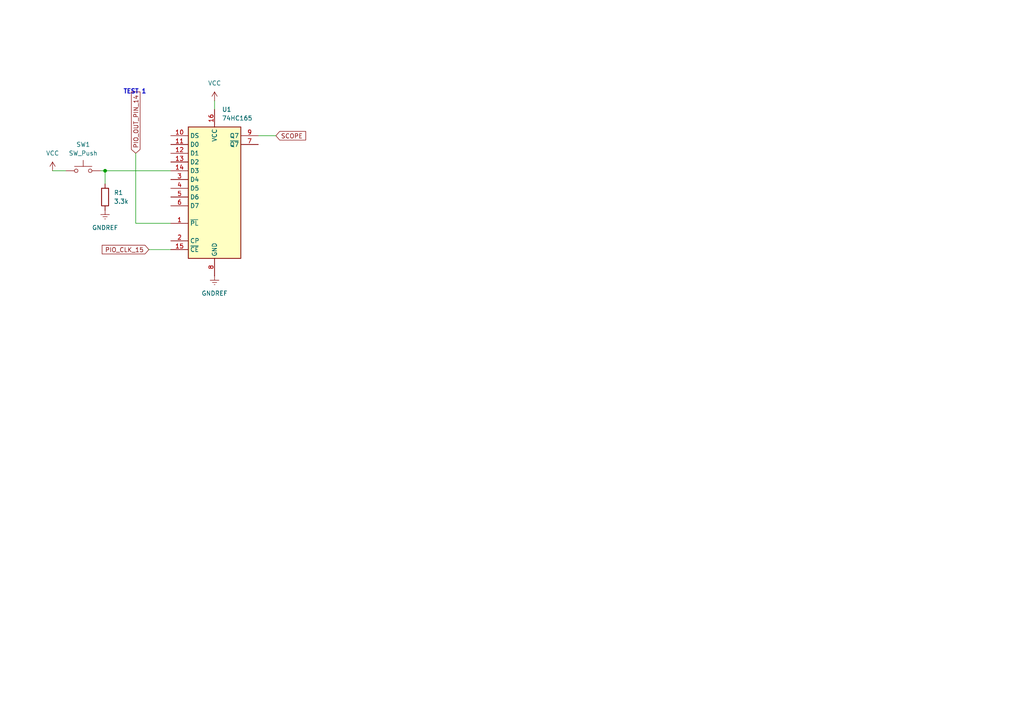
<source format=kicad_sch>
(kicad_sch (version 20250114) (generator "eeschema") (generator_version "9.0")
  (paper "A4")
  (lib_symbols
    (symbol "74xx:74HC165"
      (property "Reference" "U" (at -7.62 19.05 0))
      (property "Value" "74HC165" (at -7.62 -21.59 0))
      (symbol "74HC165_1_0"
        (pin input line (at -12.7 15.24 0) (length 5.08) (name "DS") (number "10"))
        (pin input line (at -12.7 12.7 0) (length 5.08) (name "D0") (number "11"))
        (pin input line (at -12.7 10.16 0) (length 5.08) (name "D1") (number "12"))
        (pin input line (at -12.7 7.62 0) (length 5.08) (name "D2") (number "13"))
        (pin input line (at -12.7 5.08 0) (length 5.08) (name "D3") (number "14"))
        (pin input line (at -12.7 2.54 0) (length 5.08) (name "D4") (number "3"))
        (pin input line (at -12.7 0 0) (length 5.08) (name "D5") (number "4"))
        (pin input line (at -12.7 -2.54 0) (length 5.08) (name "D6") (number "5"))
        (pin input line (at -12.7 -5.08 0) (length 5.08) (name "D7") (number "6"))
        (pin input line (at -12.7 -10.16 0) (length 5.08) (name "~{PL}") (number "1"))
        (pin input line (at -12.7 -15.24 0) (length 5.08) (name "CP") (number "2"))
        (pin input line (at -12.7 -17.78 0) (length 5.08) (name "~{CE}") (number "15"))
        (pin power_in line (at 0 22.86 270) (length 5.08) (name "VCC") (number "16"))
        (pin power_in line (at 0 -25.4 90) (length 5.08) (name "GND") (number "8"))
        (pin output line (at 12.7 15.24 180) (length 5.08) (name "Q7") (number "9"))
        (pin output line (at 12.7 12.7 180) (length 5.08) (name "~{Q7}") (number "7"))
      )
      (symbol "74HC165_1_1"
        (rectangle (start -7.62 17.78) (end 7.62 -20.32) (stroke (width 0.254)) (fill (type background)))
      )
    )
    (symbol "Device:R" (pin_numbers (hide yes)) (pin_names (offset 0))
      (property "Reference" "R" (at 2.032 0 90))
      (property "Value" "R" (at 0 0 90))
      (symbol "R_0_1"
        (rectangle (start -1.016 -2.54) (end 1.016 2.54) (stroke (width 0.254)))
      )
      (symbol "R_1_1"
        (pin passive line (at 0 3.81 270) (length 1.27) (name "~") (number "1"))
        (pin passive line (at 0 -3.81 90) (length 1.27) (name "~") (number "2"))
      )
    )
    (symbol "Switch:SW_Push" (pin_numbers (hide yes)) (pin_names (offset 1.016) (hide yes))
      (property "Reference" "SW" (at 1.27 2.54 0))
      (property "Value" "SW_Push" (at 0 -1.524 0))
      (symbol "SW_Push_0_1"
        (circle (center -2.032 0) (radius 0.508))
        (polyline (pts (xy 0 1.27) (xy 0 3.048)))
        (circle (center 2.032 0) (radius 0.508))
        (polyline (pts (xy 2.54 1.27) (xy -2.54 1.27)))
        (pin passive line (at -5.08 0 0) (length 2.54) (name "1") (number "1"))
        (pin passive line (at 5.08 0 180) (length 2.54) (name "2") (number "2"))
      )
    )
    (symbol "power:GNDREF" (power) (pin_numbers (hide yes)) (pin_names (offset 0) (hide yes))
      (property "Value" "GNDREF" (at 0 -3.81 0))
      (symbol "GNDREF_0_1"
        (polyline (pts (xy -0.635 -1.905) (xy 0.635 -1.905)))
        (polyline (pts (xy -0.127 -2.54) (xy 0.127 -2.54)))
        (polyline (pts (xy 0 -1.27) (xy 0 0)))
        (polyline (pts (xy 1.27 -1.27) (xy -1.27 -1.27)))
      )
      (symbol "GNDREF_1_1"
        (pin power_in line (at 0 0 270) (length 0) (name "~") (number "1"))
      )
    )
    (symbol "power:VCC" (power) (pin_numbers (hide yes)) (pin_names (offset 0) (hide yes))
      (property "Value" "VCC" (at 0 3.556 0))
      (symbol "VCC_0_1"
        (polyline (pts (xy -0.762 1.27) (xy 0 2.54)))
        (polyline (pts (xy 0 2.54) (xy 0.762 1.27)))
        (polyline (pts (xy 0 0) (xy 0 2.54)))
      )
      (symbol "VCC_1_1"
        (pin power_in line (at 0 0 90) (length 0) (name "~") (number "1"))
      )
    )
  )
  (text "TEST 1" (at 39.116 26.67 0) (effects (font (size 1.27 1.27) (thickness 0.254) (bold yes))))
  (junction (at 30.48 49.53))
  (wire (pts (xy 30.48 49.53) (xy 30.48 53.34)))
  (wire (pts (xy 43.18 72.39) (xy 49.53 72.39)))
  (wire (pts (xy 29.21 49.53) (xy 30.48 49.53)))
  (wire (pts (xy 39.37 64.77) (xy 49.53 64.77)))
  (wire (pts (xy 74.93 39.37) (xy 80.01 39.37)))
  (wire (pts (xy 30.48 49.53) (xy 49.53 49.53)))
  (wire (pts (xy 15.24 49.53) (xy 19.05 49.53)))
  (wire (pts (xy 62.23 31.75) (xy 62.23 29.21)))
  (wire (pts (xy 39.37 44.45) (xy 39.37 64.77)))
  (global_label "PIO_OUT_PIN_14" (shape input) (at 39.37 44.45 90) (property "Intersheetrefs" "${INTERSHEET_REFS}" (effects (hide yes))))
  (global_label "PIO_CLK_15" (shape input) (at 43.18 72.39 180) (property "Intersheetrefs" "${INTERSHEET_REFS}" (effects (hide yes))))
  (global_label "SCOPE" (shape input) (at 80.01 39.37 0) (property "Intersheetrefs" "${INTERSHEET_REFS}" (effects (hide yes))))
  (symbol (lib_id "power:VCC") (at 62.23 29.21 0) (unit 1)
    (property "Reference" "#PWR03" (effects (hide yes)))
    (property "Value" "VCC" (at 62.23 24.13 0))
    (property "Description" "Power symbol creates a global label with name \"VCC\"" (effects (hide yes)))
  )
  (symbol (lib_id "power:VCC") (at 15.24 49.53 0) (unit 1)
    (property "Reference" "#PWR02" (effects (hide yes)))
    (property "Value" "VCC" (at 15.24 44.45 0))
    (property "Description" "Power symbol creates a global label with name \"VCC\"" (effects (hide yes)))
  )
  (symbol (lib_id "power:GNDREF") (at 30.48 60.96 0) (unit 1)
    (property "Reference" "#PWR01" (effects (hide yes)))
    (property "Value" "GNDREF" (at 30.48 66.04 0))
    (property "Description" "Power symbol creates a global label with name \"GNDREF\" , reference supply ground" (effects (hide yes)))
  )
  (symbol (lib_id "Switch:SW_Push") (at 24.13 49.53 0) (unit 1)
    (property "Reference" "SW1" (at 24.13 41.91 0))
    (property "Value" "SW_Push" (at 24.13 44.45 0))
    (property "Description" "Push button switch, generic, two pins" (effects (hide yes)))
  )
  (symbol (lib_id "Device:R") (at 30.48 57.15 0) (unit 1)
    (property "Reference" "R1" (at 33.02 55.8799 0) (effects (justify left)))
    (property "Value" "3.3k" (at 33.02 58.4199 0) (effects (justify left)))
    (property "Description" "Resistor" (effects (hide yes)))
  )
  (symbol (lib_id "power:GNDREF") (at 62.23 80.01 0) (unit 1)
    (property "Reference" "#PWR04" (effects (hide yes)))
    (property "Value" "GNDREF" (at 62.23 85.09 0))
    (property "Description" "Power symbol creates a global label with name \"GNDREF\" , reference supply ground" (effects (hide yes)))
  )
  (symbol (lib_id "74xx:74HC165") (at 62.23 54.61 0) (unit 1)
    (property "Reference" "U1" (at 64.3733 31.75 0) (effects (justify left)))
    (property "Value" "74HC165" (at 64.3733 34.29 0) (effects (justify left)))
    (property "Datasheet" "https://assets.nexperia.com/documents/data-sheet/74HC_HCT165.pdf" (effects (hide yes)))
    (property "Description" "Shift Register, 8-bit, Parallel Load" (effects (hide yes)))
  )
)
</source>
